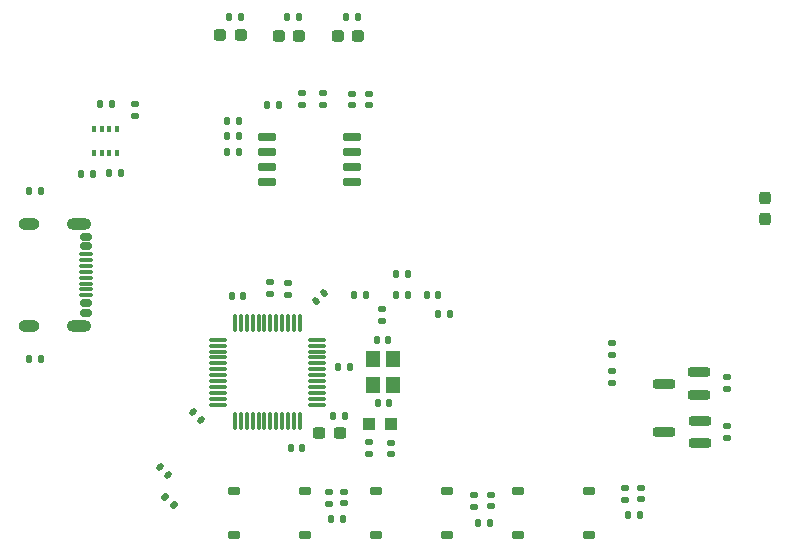
<source format=gbr>
%TF.GenerationSoftware,KiCad,Pcbnew,8.0.9-8.0.9-0~ubuntu24.04.1*%
%TF.CreationDate,2025-05-04T14:54:54+03:00*%
%TF.ProjectId,vario_kicad,76617269-6f5f-46b6-9963-61642e6b6963,rev?*%
%TF.SameCoordinates,Original*%
%TF.FileFunction,Paste,Top*%
%TF.FilePolarity,Positive*%
%FSLAX46Y46*%
G04 Gerber Fmt 4.6, Leading zero omitted, Abs format (unit mm)*
G04 Created by KiCad (PCBNEW 8.0.9-8.0.9-0~ubuntu24.04.1) date 2025-05-04 14:54:54*
%MOMM*%
%LPD*%
G01*
G04 APERTURE LIST*
G04 Aperture macros list*
%AMRoundRect*
0 Rectangle with rounded corners*
0 $1 Rounding radius*
0 $2 $3 $4 $5 $6 $7 $8 $9 X,Y pos of 4 corners*
0 Add a 4 corners polygon primitive as box body*
4,1,4,$2,$3,$4,$5,$6,$7,$8,$9,$2,$3,0*
0 Add four circle primitives for the rounded corners*
1,1,$1+$1,$2,$3*
1,1,$1+$1,$4,$5*
1,1,$1+$1,$6,$7*
1,1,$1+$1,$8,$9*
0 Add four rect primitives between the rounded corners*
20,1,$1+$1,$2,$3,$4,$5,0*
20,1,$1+$1,$4,$5,$6,$7,0*
20,1,$1+$1,$6,$7,$8,$9,0*
20,1,$1+$1,$8,$9,$2,$3,0*%
G04 Aperture macros list end*
%ADD10RoundRect,0.135000X0.185000X-0.135000X0.185000X0.135000X-0.185000X0.135000X-0.185000X-0.135000X0*%
%ADD11RoundRect,0.237500X0.287500X0.237500X-0.287500X0.237500X-0.287500X-0.237500X0.287500X-0.237500X0*%
%ADD12RoundRect,0.140000X0.021213X-0.219203X0.219203X-0.021213X-0.021213X0.219203X-0.219203X0.021213X0*%
%ADD13RoundRect,0.135000X0.135000X0.185000X-0.135000X0.185000X-0.135000X-0.185000X0.135000X-0.185000X0*%
%ADD14RoundRect,0.135000X-0.135000X-0.185000X0.135000X-0.185000X0.135000X0.185000X-0.135000X0.185000X0*%
%ADD15RoundRect,0.140000X-0.140000X-0.170000X0.140000X-0.170000X0.140000X0.170000X-0.140000X0.170000X0*%
%ADD16RoundRect,0.140000X0.140000X0.170000X-0.140000X0.170000X-0.140000X-0.170000X0.140000X-0.170000X0*%
%ADD17RoundRect,0.140000X0.170000X-0.140000X0.170000X0.140000X-0.170000X0.140000X-0.170000X-0.140000X0*%
%ADD18RoundRect,0.135000X0.226274X0.035355X0.035355X0.226274X-0.226274X-0.035355X-0.035355X-0.226274X0*%
%ADD19RoundRect,0.200000X0.750000X0.200000X-0.750000X0.200000X-0.750000X-0.200000X0.750000X-0.200000X0*%
%ADD20RoundRect,0.135000X-0.185000X0.135000X-0.185000X-0.135000X0.185000X-0.135000X0.185000X0.135000X0*%
%ADD21RoundRect,0.140000X-0.170000X0.140000X-0.170000X-0.140000X0.170000X-0.140000X0.170000X0.140000X0*%
%ADD22R,1.200000X1.400000*%
%ADD23RoundRect,0.187500X-0.312500X-0.187500X0.312500X-0.187500X0.312500X0.187500X-0.312500X0.187500X0*%
%ADD24RoundRect,0.075000X0.662500X0.075000X-0.662500X0.075000X-0.662500X-0.075000X0.662500X-0.075000X0*%
%ADD25RoundRect,0.075000X0.075000X0.662500X-0.075000X0.662500X-0.075000X-0.662500X0.075000X-0.662500X0*%
%ADD26RoundRect,0.237500X-0.300000X-0.237500X0.300000X-0.237500X0.300000X0.237500X-0.300000X0.237500X0*%
%ADD27R,1.050000X1.100000*%
%ADD28RoundRect,0.140000X0.219203X0.021213X0.021213X0.219203X-0.219203X-0.021213X-0.021213X-0.219203X0*%
%ADD29RoundRect,0.140000X-0.219203X-0.021213X-0.021213X-0.219203X0.219203X0.021213X0.021213X0.219203X0*%
%ADD30RoundRect,0.150000X-0.375000X0.150000X-0.375000X-0.150000X0.375000X-0.150000X0.375000X0.150000X0*%
%ADD31RoundRect,0.075000X-0.500000X0.075000X-0.500000X-0.075000X0.500000X-0.075000X0.500000X0.075000X0*%
%ADD32O,2.100000X1.000000*%
%ADD33O,1.800000X1.000000*%
%ADD34RoundRect,0.150000X-0.650000X-0.150000X0.650000X-0.150000X0.650000X0.150000X-0.650000X0.150000X0*%
%ADD35RoundRect,0.237500X-0.237500X0.287500X-0.237500X-0.287500X0.237500X-0.287500X0.237500X0.287500X0*%
%ADD36R,0.350000X0.500000*%
G04 APERTURE END LIST*
D10*
%TO.C,R40*%
X153050000Y-143750000D03*
X153050000Y-142730000D03*
%TD*%
D11*
%TO.C,D2*%
X125490000Y-104490000D03*
X123740000Y-104490000D03*
%TD*%
D12*
%TO.C,C30*%
X126930589Y-126939411D03*
X127609411Y-126260589D03*
%TD*%
D13*
%TO.C,R37*%
X154350000Y-145030000D03*
X153330000Y-145030000D03*
%TD*%
D14*
%TO.C,R5*%
X119400000Y-111680000D03*
X120420000Y-111680000D03*
%TD*%
D13*
%TO.C,R4*%
X103670000Y-131840000D03*
X102650000Y-131840000D03*
%TD*%
D15*
%TO.C,C2*%
X107030000Y-116110000D03*
X107990000Y-116110000D03*
%TD*%
D16*
%TO.C,C1*%
X110370000Y-116100000D03*
X109410000Y-116100000D03*
%TD*%
D17*
%TO.C,C17*%
X141690000Y-144300000D03*
X141690000Y-143340000D03*
%TD*%
D13*
%TO.C,R36*%
X141610000Y-145700000D03*
X140590000Y-145700000D03*
%TD*%
D18*
%TO.C,R26*%
X114860624Y-144200624D03*
X114139376Y-143479376D03*
%TD*%
D10*
%TO.C,R22*%
X161720000Y-134380000D03*
X161720000Y-133360000D03*
%TD*%
D13*
%TO.C,R30*%
X129760000Y-132530000D03*
X128740000Y-132530000D03*
%TD*%
D11*
%TO.C,D3*%
X120570000Y-104410000D03*
X118820000Y-104410000D03*
%TD*%
D10*
%TO.C,R23*%
X161720000Y-138510000D03*
X161720000Y-137490000D03*
%TD*%
D16*
%TO.C,C13*%
X133120000Y-135550000D03*
X132160000Y-135550000D03*
%TD*%
D13*
%TO.C,R27*%
X129200000Y-145400000D03*
X128180000Y-145400000D03*
%TD*%
D10*
%TO.C,R25*%
X152000000Y-131450000D03*
X152000000Y-130430000D03*
%TD*%
D13*
%TO.C,R17*%
X138280000Y-128010000D03*
X137260000Y-128010000D03*
%TD*%
D19*
%TO.C,Q1*%
X159400000Y-138960000D03*
X159400000Y-137060000D03*
X156400000Y-138010000D03*
%TD*%
D16*
%TO.C,C8*%
X137250000Y-126370000D03*
X136290000Y-126370000D03*
%TD*%
D10*
%TO.C,R39*%
X140250000Y-144350000D03*
X140250000Y-143330000D03*
%TD*%
D15*
%TO.C,C24*%
X128370000Y-136670000D03*
X129330000Y-136670000D03*
%TD*%
D20*
%TO.C,R11*%
X127490000Y-109290000D03*
X127490000Y-110310000D03*
%TD*%
D21*
%TO.C,C27*%
X133250000Y-138900000D03*
X133250000Y-139860000D03*
%TD*%
D15*
%TO.C,C20*%
X132070000Y-130210000D03*
X133030000Y-130210000D03*
%TD*%
D13*
%TO.C,R20*%
X134690000Y-126360000D03*
X133670000Y-126360000D03*
%TD*%
%TO.C,R19*%
X134710000Y-124650000D03*
X133690000Y-124650000D03*
%TD*%
%TO.C,R21*%
X131110000Y-126360000D03*
X130090000Y-126360000D03*
%TD*%
%TO.C,R8*%
X123760000Y-110300000D03*
X122740000Y-110300000D03*
%TD*%
D22*
%TO.C,Y2*%
X133400000Y-134020000D03*
X133400000Y-131820000D03*
X131700000Y-131820000D03*
X131700000Y-134020000D03*
%TD*%
D23*
%TO.C,S4*%
X120000000Y-143000000D03*
X126000000Y-143000000D03*
X120000000Y-146750000D03*
X126000000Y-146750000D03*
%TD*%
D17*
%TO.C,C3*%
X129940000Y-110300000D03*
X129940000Y-109340000D03*
%TD*%
D10*
%TO.C,R9*%
X124550000Y-126360000D03*
X124550000Y-125340000D03*
%TD*%
%TO.C,R7*%
X123000000Y-126350000D03*
X123000000Y-125330000D03*
%TD*%
D14*
%TO.C,R6*%
X119390000Y-114250000D03*
X120410000Y-114250000D03*
%TD*%
D13*
%TO.C,R12*%
X130490000Y-102870000D03*
X129470000Y-102870000D03*
%TD*%
D10*
%TO.C,R24*%
X152000000Y-133830000D03*
X152000000Y-132810000D03*
%TD*%
D20*
%TO.C,R1*%
X111580000Y-110260000D03*
X111580000Y-111280000D03*
%TD*%
D14*
%TO.C,R2*%
X108600000Y-110260000D03*
X109620000Y-110260000D03*
%TD*%
D23*
%TO.C,S5*%
X132000000Y-143000000D03*
X138000000Y-143000000D03*
X132000000Y-146750000D03*
X138000000Y-146750000D03*
%TD*%
D24*
%TO.C,U5*%
X126962500Y-135687500D03*
X126962500Y-135187500D03*
X126962500Y-134687500D03*
X126962500Y-134187500D03*
X126962500Y-133687500D03*
X126962500Y-133187500D03*
X126962500Y-132687500D03*
X126962500Y-132187500D03*
X126962500Y-131687500D03*
X126962500Y-131187500D03*
X126962500Y-130687500D03*
X126962500Y-130187500D03*
D25*
X125550000Y-128775000D03*
X125050000Y-128775000D03*
X124550000Y-128775000D03*
X124050000Y-128775000D03*
X123550000Y-128775000D03*
X123050000Y-128775000D03*
X122550000Y-128775000D03*
X122050000Y-128775000D03*
X121550000Y-128775000D03*
X121050000Y-128775000D03*
X120550000Y-128775000D03*
X120050000Y-128775000D03*
D24*
X118637500Y-130187500D03*
X118637500Y-130687500D03*
X118637500Y-131187500D03*
X118637500Y-131687500D03*
X118637500Y-132187500D03*
X118637500Y-132687500D03*
X118637500Y-133187500D03*
X118637500Y-133687500D03*
X118637500Y-134187500D03*
X118637500Y-134687500D03*
X118637500Y-135187500D03*
X118637500Y-135687500D03*
D25*
X120050000Y-137100000D03*
X120550000Y-137100000D03*
X121050000Y-137100000D03*
X121550000Y-137100000D03*
X122050000Y-137100000D03*
X122550000Y-137100000D03*
X123050000Y-137100000D03*
X123550000Y-137100000D03*
X124050000Y-137100000D03*
X124550000Y-137100000D03*
X125050000Y-137100000D03*
X125550000Y-137100000D03*
%TD*%
D13*
%TO.C,R14*%
X120570000Y-102870000D03*
X119550000Y-102870000D03*
%TD*%
D14*
%TO.C,R15*%
X102650000Y-117630000D03*
X103670000Y-117630000D03*
%TD*%
D26*
%TO.C,C4*%
X127207500Y-138100000D03*
X128932500Y-138100000D03*
%TD*%
D27*
%TO.C,Y1*%
X133250000Y-137310000D03*
X131400000Y-137310000D03*
%TD*%
D13*
%TO.C,R13*%
X125485000Y-102870000D03*
X124465000Y-102870000D03*
%TD*%
D14*
%TO.C,R3*%
X119390000Y-112940000D03*
X120410000Y-112940000D03*
%TD*%
D28*
%TO.C,C29*%
X117150000Y-136970000D03*
X116471178Y-136291178D03*
%TD*%
D29*
%TO.C,C21*%
X113700589Y-140990589D03*
X114379411Y-141669411D03*
%TD*%
D17*
%TO.C,C28*%
X154460000Y-143690000D03*
X154460000Y-142730000D03*
%TD*%
D30*
%TO.C,U4*%
X107455000Y-121480000D03*
X107455000Y-122280000D03*
D31*
X107405000Y-123430000D03*
X107405000Y-124430000D03*
X107405000Y-124930000D03*
X107405000Y-125930000D03*
D30*
X107455000Y-127080000D03*
X107455000Y-127880000D03*
D31*
X107405000Y-126430000D03*
X107405000Y-125430000D03*
X107405000Y-123930000D03*
X107405000Y-122930000D03*
D32*
X106830000Y-120360000D03*
D33*
X102650000Y-120360000D03*
D32*
X106830000Y-129000000D03*
D33*
X102650000Y-129000000D03*
%TD*%
D21*
%TO.C,C10*%
X132470000Y-127600000D03*
X132470000Y-128560000D03*
%TD*%
D34*
%TO.C,U3*%
X122750000Y-112980000D03*
X122750000Y-114250000D03*
X122750000Y-115520000D03*
X122750000Y-116790000D03*
X129950000Y-116790000D03*
X129950000Y-115520000D03*
X129950000Y-114250000D03*
X129950000Y-112980000D03*
%TD*%
D10*
%TO.C,R38*%
X127990000Y-144060000D03*
X127990000Y-143040000D03*
%TD*%
D23*
%TO.C,S6*%
X144000000Y-143000000D03*
X150000000Y-143000000D03*
X144000000Y-146750000D03*
X150000000Y-146750000D03*
%TD*%
D20*
%TO.C,R10*%
X125710000Y-109300000D03*
X125710000Y-110320000D03*
%TD*%
D11*
%TO.C,D1*%
X130490000Y-104470000D03*
X128740000Y-104470000D03*
%TD*%
D17*
%TO.C,C16*%
X129320000Y-144010000D03*
X129320000Y-143050000D03*
%TD*%
D15*
%TO.C,C23*%
X119780000Y-126450000D03*
X120740000Y-126450000D03*
%TD*%
D17*
%TO.C,C15*%
X131400000Y-110300000D03*
X131400000Y-109340000D03*
%TD*%
D35*
%TO.C,D5*%
X164920000Y-118220000D03*
X164920000Y-119970000D03*
%TD*%
D19*
%TO.C,Q2*%
X159360000Y-134850000D03*
X159360000Y-132950000D03*
X156360000Y-133900000D03*
%TD*%
D21*
%TO.C,C26*%
X131400000Y-138880000D03*
X131400000Y-139840000D03*
%TD*%
D36*
%TO.C,U2*%
X108120000Y-112330000D03*
X108770000Y-112330000D03*
X109420000Y-112330000D03*
X110070000Y-112330000D03*
X110070000Y-114380000D03*
X109420000Y-114380000D03*
X108770000Y-114380000D03*
X108120000Y-114380000D03*
%TD*%
D16*
%TO.C,C22*%
X125760000Y-139370000D03*
X124800000Y-139370000D03*
%TD*%
M02*

</source>
